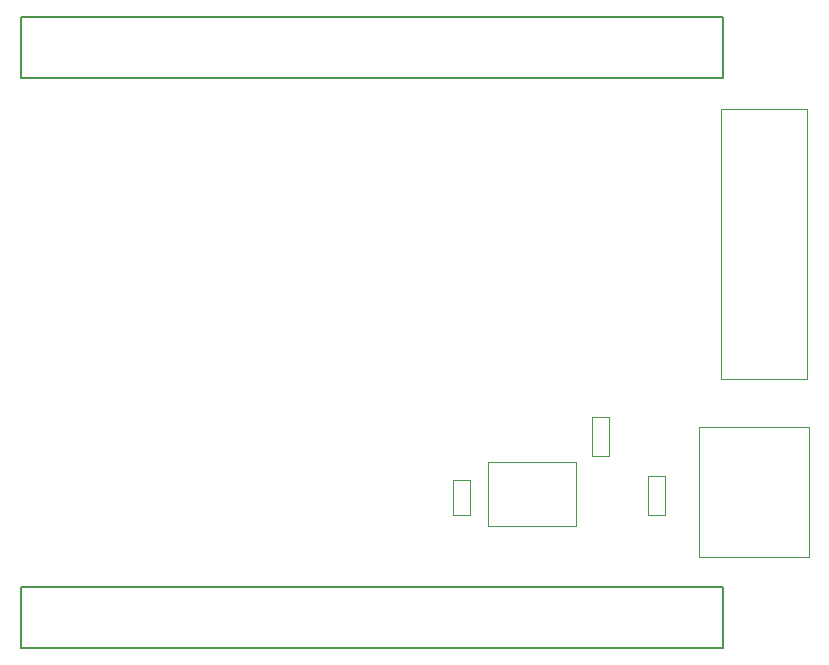
<source format=gbr>
%TF.GenerationSoftware,KiCad,Pcbnew,(6.0.11)*%
%TF.CreationDate,2024-05-08T14:50:23+07:00*%
%TF.ProjectId,CTP_Display_CANbus_revA,4354505f-4469-4737-906c-61795f43414e,rev?*%
%TF.SameCoordinates,PX5f5e100PY5f5e100*%
%TF.FileFunction,Other,User*%
%FSLAX46Y46*%
G04 Gerber Fmt 4.6, Leading zero omitted, Abs format (unit mm)*
G04 Created by KiCad (PCBNEW (6.0.11)) date 2024-05-08 14:50:23*
%MOMM*%
%LPD*%
G01*
G04 APERTURE LIST*
%ADD10C,0.050000*%
%ADD11C,0.152400*%
G04 APERTURE END LIST*
D10*
X66700000Y23600000D02*
X66700000Y46400000D01*
X59400000Y23600000D02*
X66700000Y23600000D01*
X66700000Y46400000D02*
X59400000Y46400000D01*
X59400000Y46400000D02*
X59400000Y23600000D01*
D11*
X59518000Y5970000D02*
X58756000Y5970000D01*
X82000Y5970000D02*
X82000Y770000D01*
X58756000Y5970000D02*
X58756000Y5970000D01*
X844000Y770000D02*
X844000Y770000D01*
X58756000Y770000D02*
X59518000Y770000D01*
X844000Y770000D02*
X58756000Y770000D01*
X844000Y5970000D02*
X82000Y5970000D01*
X58756000Y770000D02*
X58756000Y770000D01*
X844000Y5970000D02*
X844000Y5970000D01*
X82000Y770000D02*
X844000Y770000D01*
X59518000Y770000D02*
X59518000Y5970000D01*
X58756000Y5970000D02*
X844000Y5970000D01*
D10*
X57500000Y8500000D02*
X66810000Y8500000D01*
X66810000Y8500000D02*
X66810000Y19500000D01*
X66810000Y19500000D02*
X57500000Y19500000D01*
X57500000Y19500000D02*
X57500000Y8500000D01*
X49880000Y20360000D02*
X49880000Y17060000D01*
X48420000Y20360000D02*
X49880000Y20360000D01*
X49880000Y17060000D02*
X48420000Y17060000D01*
X48420000Y17060000D02*
X48420000Y20360000D01*
X47080000Y11130000D02*
X47080000Y16530000D01*
X47080000Y16530000D02*
X39680000Y16530000D01*
X39680000Y11130000D02*
X47080000Y11130000D01*
X39680000Y16530000D02*
X39680000Y11130000D01*
D11*
X59518000Y49030000D02*
X59518000Y54230000D01*
X844000Y54230000D02*
X82000Y54230000D01*
X59518000Y54230000D02*
X58756000Y54230000D01*
X844000Y54230000D02*
X844000Y54230000D01*
X58756000Y54230000D02*
X58756000Y54230000D01*
X58756000Y49030000D02*
X58756000Y49030000D01*
X58756000Y54230000D02*
X844000Y54230000D01*
X82000Y49030000D02*
X844000Y49030000D01*
X844000Y49030000D02*
X844000Y49030000D01*
X844000Y49030000D02*
X58756000Y49030000D01*
X82000Y54230000D02*
X82000Y49030000D01*
X58756000Y49030000D02*
X59518000Y49030000D01*
D10*
X53170000Y15380000D02*
X54630000Y15380000D01*
X54630000Y15380000D02*
X54630000Y12080000D01*
X54630000Y12080000D02*
X53170000Y12080000D01*
X53170000Y12080000D02*
X53170000Y15380000D01*
X38150000Y15020000D02*
X38150000Y12060000D01*
X36690000Y12060000D02*
X36690000Y15020000D01*
X36690000Y15020000D02*
X38150000Y15020000D01*
X38150000Y12060000D02*
X36690000Y12060000D01*
M02*

</source>
